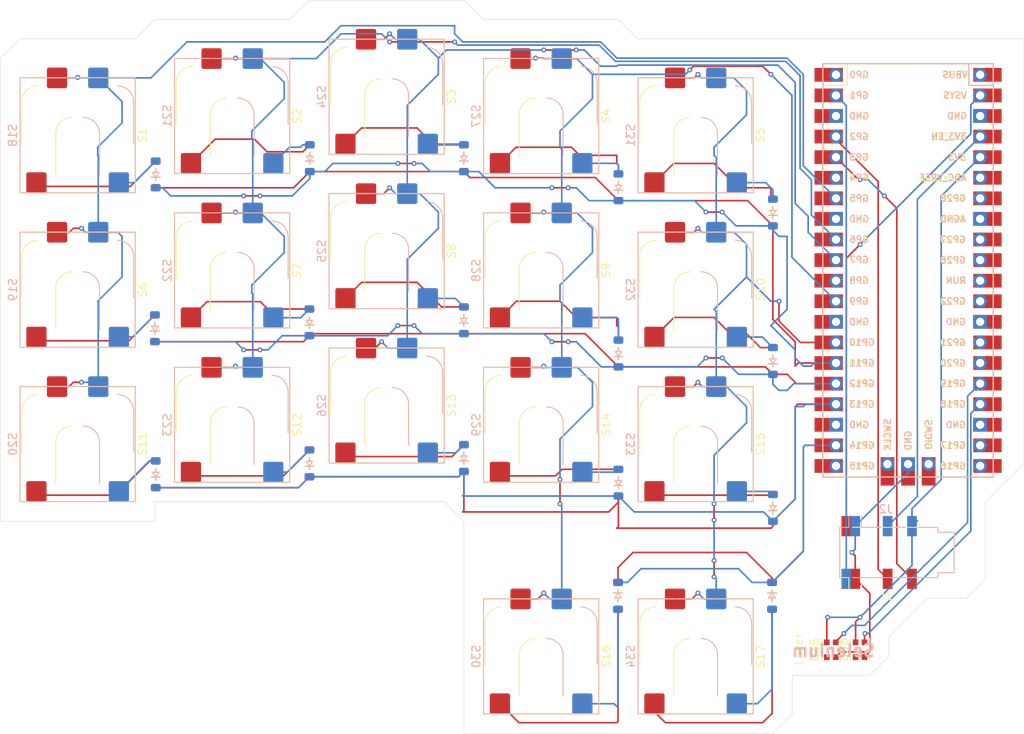
<source format=kicad_pcb>
(kicad_pcb (version 20240108) (generator "pcbnew") (generator_version "8.0")
  (layers (0 "F.Cu" signal) (31 "B.Cu" signal) (34 "B.Paste" user) (35 "F.Paste" user) (36 "B.SilkS" user "B.Silkscreen") (37 "F.SilkS" user "F.Silkscreen") (38 "B.Mask" user) (39 "F.Mask" user) (44 "Edge.Cuts" user))
  (net 0 "")
  (net 1 "Net-(D1-A)")
  (net 2 "ROW0_B")
  (net 3 "Net-(D2-A)")
  (net 4 "Net-(D3-A)")
  (net 5 "Net-(D4-A)")
  (net 6 "Net-(D5-A)")
  (net 7 "ROW1_B")
  (net 8 "Net-(D6-A)")
  (net 9 "Net-(D7-A)")
  (net 10 "Net-(D8-A)")
  (net 11 "Net-(D9-A)")
  (net 12 "Net-(D10-A)")
  (net 13 "ROW2_B")
  (net 14 "Net-(D11-A)")
  (net 15 "Net-(D12-A)")
  (net 16 "Net-(D13-A)")
  (net 17 "Net-(D14-A)")
  (net 18 "Net-(D15-A)")
  (net 19 "Net-(D16-A)")
  (net 20 "ROW3_B")
  (net 21 "Net-(D17-A)")
  (net 22 "Net-(D18-A)")
  (net 23 "Net-(D19-A)")
  (net 24 "Net-(D20-A)")
  (net 25 "Net-(D21-A)")
  (net 26 "Net-(D22-A)")
  (net 27 "Net-(D23-A)")
  (net 28 "Net-(D24-A)")
  (net 29 "Net-(D25-A)")
  (net 30 "Net-(D26-A)")
  (net 31 "Net-(D27-A)")
  (net 32 "Net-(D28-A)")
  (net 33 "Net-(D29-A)")
  (net 34 "Net-(D30-A)")
  (net 35 "Net-(D31-A)")
  (net 36 "Net-(D32-A)")
  (net 37 "Net-(D33-A)")
  (net 38 "Net-(D34-A)")
  (net 39 "GND")
  (net 40 "LED0_F")
  (net 42 "3V3_F")
  (net 43 "LED1_F")
  (net 45 "SDA_F")
  (net 46 "VSYS_F")
  (net 47 "SCL_F")
  (net 48 "VSYS_B")
  (net 49 "SDA_B")
  (net 50 "COL0_B")
  (net 51 "COL1_B")
  (net 52 "COL2_B")
  (net 53 "COL3_B")
  (net 54 "COL4_B")
  (footprint "ScottoKeebs_Components:Diode_SOD-123" (layer "F.Cu") (at 68.9975 48.005 90)
    (property "Reference" "D18" (hide yes))
    (property "Value" "Diode")
  )
  (footprint "ScottoKeebs_Hotswap:Hotswap_MX_1.00u" (layer "F.Cu") (at 59.3725 81.28 -90)
    (property "Reference" "S11")
    (property "Value" "Keyswitch")
  )
  (footprint "ScottoKeebs_Components:Diode_SOD-123" (layer "F.Cu") (at 87.9975 46.005 90)
    (property "Reference" "D21" (hide yes))
    (property "Value" "Diode")
  )
  (footprint "ScottoKeebs_Components:Diode_SOD-123" (layer "F.Cu") (at 106.9975 66.005 90)
    (property "Reference" "D25" (hide yes))
    (property "Value" "Diode")
  )
  (footprint "ScottoKeebs_Components:Diode_SOD-123" (layer "F.Cu") (at 125.9975 100.005 -90)
    (property "Reference" "D30" (hide yes))
    (property "Value" "Diode")
  )
  (footprint "ScottoKeebs_Components:Diode_SOD-123" (layer "F.Cu") (at 68.8975 66.9925 90)
    (property "Reference" "D19" (hide yes))
    (property "Value" "Diode")
  )
  (footprint "ScottoKeebs_Hotswap:Hotswap_MX_1.00u" (layer "F.Cu") (at 116.5225 40.79875 -90)
    (property "Reference" "S4")
    (property "Value" "Keyswitch")
  )
  (footprint "ScottoKeebs_Hotswap:Hotswap_MX_1.00u" (layer "F.Cu") (at 78.4225 40.79875 -90)
    (property "Reference" "S2")
    (property "Value" "Keyswitch")
  )
  (footprint "ScottoKeebs_Hotswap:Hotswap_MX_1.00u" (layer "F.Cu") (at 116.5225 107.47375 -90)
    (property "Reference" "S16")
    (property "Value" "Keyswitch")
  )
  (footprint "ScottoKeebs_Components:Diode_SOD-123" (layer "F.Cu") (at 145.0975 71.02375 90)
    (property "Reference" "D32" (hide yes))
    (property "Value" "Diode")
  )
  (footprint "ScottoKeebs_Hotswap:Hotswap_MX_1.00u" (layer "F.Cu") (at 135.5725 107.47375 -90)
    (property "Reference" "S17")
    (property "Value" "Keyswitch")
  )
  (footprint "ScottoKeebs_Components:Diode_SOD-123" (layer "F.Cu") (at 145.0975 52.705 90)
    (property "Reference" "D31" (hide yes))
    (property "Value" "Diode")
  )
  (footprint "ScottoKeebs_Hotswap:Hotswap_MX_1.00u" (layer "F.Cu") (at 116.5225 78.89875 -90)
    (property "Reference" "S14")
    (property "Value" "Keyswitch")
  )
  (footprint "ScottoKeebs_Components:Diode_SOD-123" (layer "F.Cu") (at 126.0475 70.105 90)
    (property "Reference" "D28" (hide yes))
    (property "Value" "Diode")
  )
  (footprint "ScottoKeebs_Hotswap:Hotswap_MX_1.00u" (layer "F.Cu") (at 135.5725 43.18 -90)
    (property "Reference" "S5")
    (property "Value" "Keyswitch")
  )
  (footprint "ScottoKeebs_Components:Diode_SOD-123" (layer "F.Cu") (at 145.0975 89.155 90)
    (property "Reference" "D33" (hide yes))
    (property "Value" "Diode")
  )
  (footprint "ScottoKeebs_Hotswap:Hotswap_MX_1.00u" (layer "F.Cu") (at 59.3725 43.18 -90)
    (property "Reference" "S1")
    (property "Value" "Keyswitch")
  )
  (footprint "ScottoKeebs_Hotswap:Hotswap_MX_1.00u" (layer "F.Cu") (at 135.5725 62.23 -90)
    (property "Reference" "S10")
    (property "Value" "Keyswitch")
  )
  (footprint "ScottoKeebs_Components:Diode_SOD-123" (layer "F.Cu") (at 68.9975 85.005 90)
    (property "Reference" "D20" (hide yes))
    (property "Value" "Diode")
  )
  (footprint "ScottoKeebs_Hotswap:Hotswap_MX_1.00u" (layer "F.Cu") (at 78.4225 78.89875 -90)
    (property "Reference" "S12")
    (property "Value" "Keyswitch")
  )
  (footprint "ScottoKeebs_Hotswap:Hotswap_MX_1.00u" (layer "F.Cu") (at 78.4225 59.84875 -90)
    (property "Reference" "S7")
    (property "Value" "Keyswitch")
  )
  (footprint "ScottoKeebs_Hotswap:Hotswap_MX_1.00u" (layer "F.Cu") (at 97.4725 76.5175 -90)
    (property "Reference" "S13")
    (property "Value" "Keyswitch")
  )
  (footprint "ScottoKeebs_Components:Diode_SOD-123" (layer "F.Cu") (at 87.9475 83.66125 90)
    (property "Reference" "D23" (hide yes))
    (property "Value" "Diode")
  )
  (footprint "LED_SMD:LED_WS2812B-2020_PLCC4_2.0x2.0mm" (layer "F.Cu") (at 152.2975 106.655 90)
    (property "Reference" "D35")
    (property "Value" "WS2812B-2020")
  )
  (footprint "ScottoKeebs_Hotswap:Hotswap_MX_1.00u" (layer "F.Cu") (at 59.3725 62.23 -90)
    (property "Reference" "S6")
    (property "Value" "Keyswitch")
  )
  (footprint "ScottoKeebs_MCU:Raspberry_Pi_Pico" (layer "F.Cu") (at 161.76625 59.84875)
    (property "Reference" "U1" (hide yes))
    (property "Value" "Raspberry_Pi_Pico" (hide yes))
  )
  (footprint "Connector_Audio:Jack_3.5mm_PJ320D_Horizontal" (layer "F.Cu") (at 159.0725 94.655 180)
    (property "Reference" "J1")
    (property "Value" "AudioJack4")
  )
  (footprint "ScottoKeebs_Components:Diode_SOD-123" (layer "F.Cu") (at 126.0475 49.5925 90)
    (property "Reference" "D27" (hide yes))
    (property "Value" "Diode")
  )
  (footprint "ScottoKeebs_Hotswap:Hotswap_MX_1.00u" (layer "F.Cu") (at 97.4725 38.4175 -90)
    (property "Reference" "S3")
    (property "Value" "Keyswitch")
  )
  (footprint "ScottoKeebs_Hotswap:Hotswap_MX_1.00u" (layer "F.Cu") (at 97.4725 57.4675 -90)
    (property "Reference" "S8")
    (property "Value" "Keyswitch")
  )
  (footprint "ScottoKeebs_Hotswap:Hotswap_MX_1.00u" (layer "F.Cu") (at 116.5225 59.84875 -90)
    (property "Reference" "S9")
    (property "Value" "Keyswitch")
  )
  (footprint "ScottoKeebs_Components:Diode_SOD-123" (layer "F.Cu") (at 87.9475 66.26125 90)
    (property "Reference" "D22" (hide yes))
    (property "Value" "Diode")
  )
  (footprint "ScottoKeebs_Components:Diode_SOD-123" (layer "F.Cu") (at 106.9975 46.005 90)
    (property "Reference" "D24" (hide yes))
    (property "Value" "Diode")
  )
  (footprint "ScottoKeebs_Components:Diode_SOD-123" (layer "F.Cu") (at 144.9975 100.005 -90)
    (property "Reference" "D34" (hide yes))
    (property "Value" "Diode")
  )
  (footprint "LED_SMD:LED_WS2812B-2020_PLCC4_2.0x2.0mm" (layer "F.Cu") (at 155.8475 106.655 90)
    (property "Reference" "D36")
    (property "Value" "WS2812B-2020")
  )
  (footprint "ScottoKeebs_Components:Diode_SOD-123" (layer "F.Cu") (at 126.0475 86.0425 90)
    (property "Reference" "D29" (hide yes))
    (property "Value" "Diode")
  )
  (footprint "ScottoKeebs_Hotswap:Hotswap_MX_1.00u" (layer "F.Cu") (at 135.5725 81.28 -90)
    (property "Reference" "S15")
    (property "Value" "Keyswitch")
  )
  (footprint "ScottoKeebs_Components:Diode_SOD-123" (layer "F.Cu") (at 106.9975 83.005 90)
    (property "Reference" "D26" (hide yes))
    (property "Value" "Diode")
  )
  (footprint "ScottoKeebs_Hotswap:Hotswap_MX_1.00u" (layer "B.Cu") (at 116.5225 40.79875 -90)
    (property "Reference" "S27")
    (property "Value" "Keyswitch")
  )
  (footprint "ScottoKeebs_Components:Diode_SOD-123" (layer "B.Cu") (at 144.9975 100.005 -90)
    (property "Reference" "D17" (hide yes))
    (property "Value" "Diode")
  )
  (footprint "ScottoKeebs_Hotswap:Hotswap_MX_1.00u" (layer "B.Cu") (at 116.5225 59.84875 -90)
    (property "Reference" "S28")
    (property "Value" "Keyswitch")
  )
  (footprint "ScottoKeebs_Components:Diode_SOD-123" (layer "B.Cu") (at 87.9975 46.005 90)
    (property "Reference" "D2" (hide yes))
    (property "Value" "Diode")
  )
  (footprint "ScottoKeebs_Components:Diode_SOD-123" (layer "B.Cu") (at 145.0975 52.705 90)
    (property "Reference" "D5" (hide yes))
    (property "Value" "Diode")
  )
  (footprint "ScottoKeebs_Components:Diode_SOD-123" (layer "B.Cu") (at 145.0975 71.02375 90)
    (property "Reference" "D10" (hide yes))
    (property "Value" "Diode")
  )
  (footprint "ScottoKeebs_Components:Diode_SOD-123" (layer "B.Cu") (at 126.0475 49.5925 90)
    (property "Reference" "D4" (hide yes))
    (property "Value" "Diode")
  )
  (footprint "ScottoKeebs_Components:Diode_SOD-123" (layer "B.Cu") (at 126.0475 70.105 90)
    (property "Reference" "D9" (hide yes))
    (property "Value" "Diode")
  )
  (footprint "ScottoKeebs_Components:Diode_SOD-123" (layer "B.Cu") (at 145.0975 89.155 90)
    (property "Reference" "D15" (hide yes))
    (property "Value" "Diode")
  )
  (footprint "ScottoKeebs_Components:Diode_SOD-123" (layer "B.Cu") (at 68.8975 66.9925 90)
    (property "Reference" "D6" (hide yes))
    (property "Value" "Diode")
  )
  (footprint "ScottoKeebs_Components:Diode_SOD-123" (layer "B.Cu") (at 125.9975 100.005 -90)
    (property "Reference" "D16" (hide yes))
    (property "Value" "Diode")
  )
  (footprint "ScottoKeebs_Hotswap:Hotswap_MX_1.00u" (layer "B.Cu") (at 135.5725 43.18 -90)
    (property "Reference" "S31")
    (property "Value" "Keyswitch")
  )
  (footprint "ScottoKeebs_Hotswap:Hotswap_MX_1.00u" (layer "B.Cu") (at 78.4225 78.89875 -90)
    (property "Reference" "S23")
    (property "Value" "Keyswitch")
  )
  (footprint "ScottoKeebs_Hotswap:Hotswap_MX_1.00u" (layer "B.Cu") (at 78.4225 40.79875 -90)
    (property "Reference" "S21")
    (property "Value" "Keyswitch")
  )
  (footprint "ScottoKeebs_Components:Diode_SOD-123" (layer "B.Cu") (at 87.9475 83.66125 90)
    (property "Reference" "D12" (hide yes))
    (property "Value" "Diode")
  )
  (footprint "ScottoKeebs_Components:Diode_SOD-123" (layer "B.Cu") (at 106.9975 46.005 90)
    (property "Reference" "D3" (hide yes))
    (property "Value" "Diode")
  )
  (footprint "ScottoKeebs_Hotswap:Hotswap_MX_1.00u" (layer "B.Cu") (at 135.5725 107.47375 -90)
    (property "Reference" "S34")
    (property "Value" "Keyswitch")
  )
  (footprint "ScottoKeebs_Components:Diode_SOD-123" (layer "B.Cu") (at 106.9975 66.005 90)
    (property "Reference" "D8" (hide yes))
    (property "Value" "Diode")
  )
  (footprint "ScottoKeebs_Hotswap:Hotswap_MX_1.00u" (layer "B.Cu") (at 59.3725 62.23 -90)
    (property "Reference" "S19")
    (property "Value" "Keyswitch")
  )
  (footprint "ScottoKeebs_Hotswap:Hotswap_MX_1.00u" (layer "B.Cu") (at 97.4725 38.4175 -90)
    (property "Reference" "S24")
    (property "Value" "Keyswitch")
  )
  (footprint "ScottoKeebs_Components:Diode_SOD-123" (layer "B.Cu") (at 68.9975 48.005 90)
    (property "Reference" "D1" (hide yes))
    (property "Value" "Diode")
  )
  (footprint "ScottoKeebs_Hotswap:Hotswap_MX_1.00u" (layer "B.Cu") (at 97.4725 76.5175 -90)
    (property "Reference" "S26")
    (property "Value" "Keyswitch")
  )
  (footprint "ScottoKeebs_Components:Diode_SOD-123" (layer "B.Cu") (at 126.0475 86.0425 90)
    (property "Reference" "D14" (hide yes))
    (property "Value" "Diode")
  )
  (footprint "ScottoKeebs_Hotswap:Hotswap_MX_1.00u" (layer "B.Cu") (at 59.3725 81.28 -90)
    (property "Reference" "S20")
    (property "Value" "Keyswitch")
  )
  (footprint "ScottoKeebs_Hotswap:Hotswap_MX_1.00u" (layer "B.Cu") (at 116.5225 78.89875 -90)
    (property "Reference" "S29")
    (property "Value" "Keyswitch")
  )
  (footprint "ScottoKeebs_Hotswap:Hotswap_MX_1.00u" (layer "B.Cu") (at 97.4725 57.4675 -90)
    (property "Reference" "S25")
    (property "Value" "Keyswitch")
  )
  (footprint "ScottoKeebs_Hotswap:Hotswap_MX_1.00u" (layer "B.Cu") (at 135.5725 81.28 -90)
    (property "Reference" "S33")
    (property "Value" "Keyswitch")
  )
  (footprint "ScottoKeebs_Hotswap:Hotswap_MX_1.00u" (layer "B.Cu") (at 116.5225 107.47375 -90)
    (property "Reference" "S30")
    (property "Value" "Keyswitch")
  )
  (footprint "ScottoKeebs_Components:Diode_SOD-123" (layer "B.Cu") (at 106.9975 83.005 90)
    (property "Reference" "D13" (hide yes))
    (property "Value" "Diode")
  )
  (footprint "ScottoKeebs_Hotswap:Hotswap_MX_1.00u" (layer "B.Cu") (at 135.5725 62.23 -90)
    (property "Reference" "S32")
    (property "Value" "Keyswitch")
  )
  (footprint "ScottoKeebs_Hotswap:Hotswap_MX_1.00u" (layer "B.Cu") (at 78.4225 59.84875 -90)
    (property "Reference" "S22")
    (property "Value" "Keyswitch")
  )
  (footprint "ScottoKeebs_Hotswap:Hotswap_MX_1.00u" (layer "B.Cu") (at 59.3725 43.18 -90)
    (property "Reference" "S18")
    (property "Value" "Keyswitch")
  )
  (footprint "ScottoKeebs_Components:Diode_SOD-123" (layer "B.Cu") (at 68.9975 85.005 90)
    (property "Reference" "D11" (hide yes))
    (property "Value" "Diode")
  )
  (footprint "Connector_Audio:Jack_3.5mm_PJ320D_Horizontal" (layer "B.Cu") (at 159.0725 94.655 180)
    (property "Reference" "J2")
    (property "Value" "AudioJack4")
  )
  (footprint "ScottoKeebs_Components:Diode_SOD-123" (layer "B.Cu") (at 87.9475 66.26125 90)
    (property "Reference" "D7" (hide yes))
    (property "Value" "Diode")
  )
  (gr_poly (pts (xy 49.8475 33.655) (xy 49.8475 90.805) (xy 68.8975 90.805) (xy 68.8975 88.42375) (xy 104.61625 88.42375) (xy 106.9975 90.805) (xy 106.9975 116.99875) (xy 145.0975 116.99875) (xy 147.47875 114.6175) (xy 147.47875 109.855) (xy 157.00375 109.855) (xy 159.385 107.47375) (xy 159.385 105.0925) (xy 164.1475 100.33) (xy 168.91 100.33) (xy 171.29125 97.94875) (xy 171.29125 88.42375) (xy 176.05375 83.66125) (xy 176.05375 31.27375) (xy 128.42875 31.27375) (xy 126.0475 28.8925) (xy 109.37875 28.8925) (xy 106.9975 26.51125) (xy 87.9475 26.51125) (xy 85.56625 28.8925) (xy 68.8975 28.8925) (xy 66.51625 31.27375) (xy 52.22875 31.27375)) (stroke (width 0.05)) (fill none) (layer "Edge.Cuts"))
  (gr_text "Selenium" (at 157.8475 107.655 0) (layer "B.SilkS") (effects (font (size 1.5 1.5) (thickness 0.3) (bold yes)) (justify left bottom mirror)))
  (gr_text "Layer" (at 148.8475 108.655 90) (layer "F.SilkS") (effects (font (size 1 1) (thickness 0.1)) (justify left bottom)))
  (segment (start 66.3305 49.022) (end 68.9975 46.355) (width 0.2) (layer "B.Cu") (net 1))
  (segment (start 64.4525 49.022) (end 66.3305 49.022) (width 0.2) (layer "B.Cu") (net 1))
  (segment (start 141.985 51.2425) (end 145.0975 54.355) (width 0.2) (layer "F.Cu") (net 2))
  (segment (start 145.0975 54.355) (end 145.0975 65.905) (width 0.2) (layer "F.Cu") (net 2))
  (segment (start 148.22375 71.27875) (end 152.87625 71.27875) (width 0.2) (layer "F.Cu") (net 2))
  (segment (start 68.9975 49.655) (end 85.9975 49.655) (width 0.2) (layer "F.Cu") (net 2))
  (segment (start 126.0475 51.2425) (end 141.985 51.2425) (width 0.2) (layer "F.Cu") (net 2))
  (segment (start 136.8475 52.655) (end 138.8475 52.655) (width 0.2) (layer "F.Cu") (net 2))
  (segment (start 79.8475 50.655) (end 81.8475 50.655) (width 0.2) (layer "F.Cu") (net 2))
  (segment (start 106.9975 47.655) (end 107.733696 48.391196) (width 0.2) (layer "F.Cu") (net 2))
  (segment (start 147.8475 71.655) (end 148.22375 71.27875) (width 0.2) (layer "F.Cu") (net 2))
  (segment (start 123.196196 48.391196) (end 126.0475 51.2425) (width 0.2) (layer "F.Cu") (net 2))
  (segment (start 85.9975 49.655) (end 87.9975 47.655) (width 0.2) (layer "F.Cu") (net 2))
  (segment (start 98.8475 46.655) (end 100.8475 46.655) (width 0.2) (layer "F.Cu") (net 2))
  (segment (start 107.733696 48.391196) (end 123.196196 48.391196) (width 0.2) (layer "F.Cu") (net 2))
  (segment (start 147.8475 68.655) (end 147.8475 71.655) (width 0.2) (layer "F.Cu") (net 2))
  (segment (start 117.8475 49.655) (end 119.8475 49.655) (width 0.2) (layer "F.Cu") (net 2))
  (segment (start 87.9975 47.655) (end 106.9975 47.655) (width 0.2) (layer "F.Cu") (net 2))
  (segment (start 145.0975 65.905) (end 147.8475 68.655) (width 0.2) (layer "F.Cu") (net 2))
  (via (at 100.8475 46.655) (size 0.6) (drill 0.3) (layers "F.Cu" "B.Cu") (net 2))
  (via (at 98.8475 46.655) (size 0.6) (drill 0.3) (layers "F.Cu" "B.Cu") (net 2))
  (via (at 119.8475 49.655) (size 0.6) (drill 0.3) (layers "F.Cu" "B.Cu") (net 2))
  (via (at 117.8475 49.655) (size 0.6) (drill 0.3) (layers "F.Cu" "B.Cu") (net 2))
  (via (at 79.8475 50.655) (size 0.6) (drill 0.3) (layers "F.Cu" "B.Cu") (net 2))
  (via (at 138.8475 52.655) (size 0.6) (drill 0.3) (layers "F.Cu" "B.Cu") (net 2))
  (via (at 81.8475 50.655) (size 0.6) (drill 0.3) (layers "F.Cu" "B.Cu") (net 2))
  (via (at 136.8475 52.655) (size 0.6) (drill 0.3) (layers "F.Cu" "B.Cu") (net 2))
  (segment (start 70.8475 50.655) (end 79.8475 50.655) (width 0.2) (layer "B.Cu") (net 2))
  (segment (start 147.8475 69.655) (end 147.8475 70.655) (width 0.2) (layer "B.Cu") (net 2))
  (segment (start 149.8475 71.655) (end 150.22375 71.27875) (width 0.2) (layer "B.Cu") (net 2))
  (segment (start 90.8475 46.655) (end 98.8475 46.655) (width 0.2) (layer "B.Cu") (net 2))
  (segment (start 120.8475 49.655) (end 122.435 51.2425) (width 0.2) (layer "B.Cu") (net 2))
  (segment (start 138.8475 52.655) (end 140.5475 54.355) (width 0.2) (layer "B.Cu") (net 2))
  (segment (start 106.9975 47.655) (end 108.8475 47.655) (width 0.2) (layer "B.Cu") (net 2))
  (segment (start 122.435 51.2425) (end 126.0475 51.2425) (width 0.2) (layer "B.Cu") (net 2))
  (segment (start 119.8475 49.655) (end 120.8475 49.655) (width 0.2) (layer "B.Cu") (net 2))
  (segment (start 89.8475 47.655) (end 90.8475 46.655) (width 0.2) (layer "B.Cu") (net 2))
  (segment (start 87.9975 48.505) (end 87.9975 47.655) (width 0.2) (layer "B.Cu") (net 2))
  (segment (start 144.8475 66.655) (end 147.8475 69.655) (width 0.2) (layer "B.Cu") (net 2))
  (segment (start 150.22375 71.27875) (end 152.87625 71.27875) (width 0.2) (layer "B.Cu") (net 2))
  (segment (start 108.8475 47.655) (end 110.8475 49.655) (width 0.2) (layer "B.Cu") (net 2))
  (segment (start 146.8475 64.655) (end 144.8475 66.655) (width 0.2) (layer "B.Cu") (net 2))
  (segment (start 102.8475 47.655) (end 106.9975 47.655) (width 0.2) (layer "B.Cu") (net 2))
  (segment (start 145.0975 54.905) (end 145.8475 55.655) (width 0.2) (layer "B.Cu") (net 2))
  (segment (start 146.8475 55.655) (end 146.8475 64.655) (width 0.2) (layer "B.Cu") (net 2))
  (segment (start 145.0975 54.355) (end 145.0975 54.905) (width 0.2) (layer "B.Cu") (net 2))
  (segment (start 85.8475 50.655) (end 87.9975 48.505) (width 0.2) (layer "B.Cu") (net 2))
  (segment (start 147.8475 70.655) (end 148.8475 71.655) (width 0.2) (layer "B.Cu") (net 2))
  (segment (start 81.8475 50.655) (end 85.8475 50.655) (width 0.2) (layer "B.Cu") (net 2))
  (segment (start 101.8475 46.655) (end 102.8475 47.655) (width 0.2) (layer "B.Cu") (net 2))
  (segment (start 135.435 51.2425) (end 136.8475 52.655) (width 0.2) (layer "B.Cu") (net 2))
  (segment (start 68.9975 49.655) (end 69.8475 49.655) (width 0.2) (layer "B.Cu") (net 2))
  (segment (start 126.0475 51.2425) (end 135.435 51.2425) (width 0.2) (layer "B.Cu") (net 2))
  (segment (start 69.8475 49.655) (end 70.8475 50.655) (width 0.2) (layer "B.Cu") (net 2))
  (segment (start 140.5475 54.355) (end 145.0975 54.355) (width 0.2) (layer "B.Cu") (net 2))
  (segment (start 87.9975 47.655) (end 89.8475 47.655) (width 0.2) (layer "B.Cu") (net 2))
  (segment (start 148.8475 71.655) (end 149.8475 71.655) (width 0.2) (layer "B.Cu") (net 2))
  (segment (start 145.8475 55.655) (end 146.8475 55.655) (width 0.2) (layer "B.Cu") (net 2))
  (segment (start 110.8475 49.655) (end 117.8475 49.655) (width 0.2) (layer "B.Cu") (net 2))
  (segment (start 100.8475 46.655) (end 101.8475 46.655) (width 0.2) (layer "B.Cu") (net 2))
  (segment (start 83.5025 46.64075) (end 85.48825 44.655) (width 0.2) (layer "B.Cu") (net 3))
  (segment (start 85.48825 44.655) (end 86.8475 44.655) (width 0.2) (layer "B.Cu") (net 3))
  (segment (start 86.8475 44.655) (end 87.1475 44.355) (width 0.2) (layer "B.Cu") (net 3))
  (segment (start 87.1475 44.355) (end 87.9975 44.355) (width 0.2) (layer "B.Cu") (net 3))
  (segment (start 106.902 44.2595) (end 106.9975 44.355) (width 0.2) (layer "B.Cu") (net 4))
  (segment (start 102.5525 44.2595) (end 106.902 44.2595) (width 0.2) (layer "B.Cu") (net 4))
  (segment (start 125.83325 46.64075) (end 126.0475 46.855) (width 0.2) (layer "B.Cu") (net 5))
  (segment (start 121.6025 46.64075) (end 125.83325 46.64075) (width 0.2) (layer "B.Cu") (net 5))
  (segment (start 126.0475 46.855) (end 126.0475 47.9425) (width 0.2) (layer "B.Cu") (net 5))
  (segment (start 145.0975 49.905) (end 145.0975 51.055) (width 0.2) (layer "B.Cu") (net 6))
  (segment (start 140.6525 49.022) (end 144.2145 49.022) (width 0.2) (layer "B.Cu") (net 6))
  (segment (start 144.2145 49.022) (end 145.0975 49.905) (width 0.2) (layer "B.Cu") (net 6))
  (segment (start 87.21625 68.6425) (end 87.9475 67.91125) (width 0.2) (layer "F.Cu") (net 7))
  (segment (start 121.9475 67.655) (end 126.0475 71.755) (width 0.2) (layer "F.Cu") (net 7))
  (segment (start 88.20375 67.655) (end 106.9975 67.655) (width 0.2) (layer "F.Cu") (net 7))
  (segment (start 144.17875 71.755) (end 145.0975 72.67375) (width 0.2) (layer "F.Cu") (net 7))
  (segment (start 117.8475 68.655) (end 119.8475 68.655) (width 0.2) (layer "F.Cu") (net 7))
  (segment (start 136.8475 70.655) (end 138.8475 70.655) (width 0.2) (layer "F.Cu") (net 7))
  (segment (start 146.86625 72.67375) (end 148.01125 73.81875) (width 0.2) (layer "F.Cu") (net 7))
  (segment (start 126.0475 71.755) (end 144.17875 71.755) (width 0.2) (layer "F.Cu") (net 7))
  (segment (start 106.9975 67.655) (end 121.9475 67.655) (width 0.2) (layer "F.Cu") (net 7))
  (segment (start 148.01125 73.81875) (end 152.87625 73.81875) (width 0.2) (layer "F.Cu") (net 7))
  (segment (start 98.8475 66.655) (end 100.8475 66.655) (width 0.2) (layer "F.Cu") (net 7))
  (segment (start 145.0975 72.67375) (end 146.86625 72.67375) (width 0.2) (layer "F.Cu") (net 7))
  (segment (start 87.9475 67.91125) (end 88.20375 67.655) (width 0.2) (layer "F.Cu") (net 7))
  (segment (start 68.8975 68.6425) (end 87.21625 68.6425) (width 0.2) (layer "F.Cu") (net 7))
  (segment (start 79.8475 69.655) (end 81.8475 69.655) (width 0.2) (layer "F.Cu") (net 7))
  (via (at 79.8475 69.655) (size 0.6) (drill 0.3) (layers "F.Cu" "B.Cu") (net 7))
  (via (at 117.8475 68.655) (size 0.6) (drill 0.3) (layers "F.Cu" "B.Cu") (net 7))
  (via (at 119.8475 68.655) (size 0.6) (drill 0.3) (layers "F.Cu" "B.Cu") (net 7))
  (via (at 81.8475 69.655) (size 0.6) (drill 0.3) (layers "F.Cu" "B.Cu") (net 7))
  (via (at 136.8475 70.655) (size 0.6) (drill 0.3) (layers "F.Cu" "B.Cu") (net 7))
  (via (at 98.8475 66.655) (size 0.6) (drill 0.3) (layers "F.Cu" "B.Cu") (net 7))
  (via (at 100.8475 66.655) (size 0.6) (drill 0.3) (layers "F.Cu" "B.Cu") (net 7))
  (via (at 138.8475 70.655) (size 0.6) (drill 0.3) (layers "F.Cu" "B.Cu") (net 7))
  (segment (start 82.8475 69.655) (end 84.59125 67.91125) (width 0.2) (layer "B.Cu") (net 7))
  (segment (start 120.8475 68.655) (end 123.9475 71.755) (width 0.2) (layer "B.Cu") (net 7))
  (segment (start 101.8475 67.655) (end 106.9975 67.655) (width 0.2) (layer "B.Cu") (net 7))
  (segment (start 68.8975 68.6425) (end 78.835 68.6425) (width 0.2) (layer "B.Cu") (net 7))
  (segment (start 126.0475 71.755) (end 125.9475 71.755) (width 0.2) (layer "B.Cu") (net 7))
  (segment (start 138.8475 70.655) (end 140.86625 72.67375) (width 0.2) (layer "B.Cu") (net 7))
  (segment (start 140.86625 72.67375) (end 145.0975 72.67375) (width 0.2) (layer "B.Cu") (net 7))
  (segment (start 135.7475 71.755) (end 136.8475 70.655) (width 0.2) (layer "B.Cu") (net 7))
  (segment (start 97.59125 67.91125) (end 98.8475 66.655) (width 0.2) (layer "B.Cu") (net 7))
  (segment (start 145.8475 74.655) (end 146.8475 74.655) (width 0.2) (layer "B.Cu") (net 7))
  (segment (start 87.9475 67.91125) (end 97.59125 67.91125) (width 0.2) (layer "B.Cu") (net 7))
  (segment (start 78.835 68.6425) (end 79.8475 69.655) (width 0.2) (layer "B.Cu") (net 7))
  (segment (start 125.9475 71.755) (end 135.7475 71.755) (width 0.2) (layer "B.Cu") (net 7))
  (segment (start 116.8475 67.655) (end 117.8475 68.655) (width 0.2) (layer "B.Cu") (net 7))
  (segment (start 145.0975 73.905) (end 145.8475 74.655) (width 0.2) (layer "B.Cu") (net 7))
  (segment (start 81.8475 69.655) (end 82.8475 69.655) (width 0.2) (layer "B.Cu") (net 7))
  (segment (start 100.8475 66.655) (end 101.8475 67.655) (width 0.2) (layer "B.Cu") (net 7))
  (segment (start 106.9975 67.655) (end 116.8475 67.655) (width 0.2) (layer "B.Cu") (net 7))
  (segment (start 119.8475 68.655) (end 120.8475 68.655) (width 0.2) (layer "B.Cu") (net 7))
  (segment (start 84.59125 67.91125) (end 87.9475 67.91125) (width 0.2) (layer "B.Cu") (net 7))
  (segment (start 146.8475 74.655) (end 147.68375 73.81875) (width 0.2) (layer "B.Cu") (net 7))
  (segment (start 147.68375 73.81875) (end 152.87625 73.81875) (width 0.2) (layer "B.Cu") (net 7))
  (segment (start 145.0975 72.67375) (end 145.0975 73.905) (width 0.2) (layer "B.Cu") (net 7))
  (segment (start 123.9475 71.755) (end 126.0475 71.755) (width 0.2) (layer "B.Cu") (net 7))
  (segment (start 64.4525 68.072) (end 66.168 68.072) (width 0.2) (layer "B.Cu") (net 8))
  (segment (start 66.168 68.072) (end 68.8975 65.3425) (width 0.2) (layer "B.Cu") (net 8))
  (segment (start 86.868 65.69075) (end 87.9475 64.61125) (width 0.2) (layer "B.Cu") (net 9))
  (segment (start 83.5025 65.69075) (end 86.868 65.69075) (width 0.2) (layer "B.Cu") (net 9))
  (segment (start 105.952 63.3095) (end 106.9975 64.355) (width 0.2) (layer "B.Cu") (net 10))
  (segment (start 102.5525 63.3095) (end 105.952 63.3095) (width 0.2) (layer "B.Cu") (net 10))
  (segment (start 121.6025 65.69075) (end 125.81175 65.69075) (width 0.2) (layer "B.Cu") (net 11))
  (segment (start 125.81175 65.69075) (end 125.8475 65.655) (width 0.2) (layer "B.Cu") (net 11))
  (segment (start 125.8475 65.655) (end 126.0475 65.855) (width 0.2) (layer "B.Cu") (net 11))
  (segment (start 126.0475 65.855) (end 126.0475 68.455) (width 0.2) (layer "B.Cu") (net 11))
  (segment (start 140.6525 68.072) (end 143.79575 68.072) (width 0.2) (layer "B.Cu") (net 12))
  (segment (start 143.79575 68.072) (end 145.0975 69.37375) (width 0.2) (layer "B.Cu") (net 12))
  (segment (start 106.9975 89.505) (end 106.8475 89.655) (width 0.2) (layer "F.Cu") (net 13))
  (segment (start 145.0975 90.805) (end 147.8475 88.055) (width 0.2) (layer "F.Cu") (net 13))
  (segment (start 106.9975 84.655) (end 106.9975 89.505) (width 0.2) (layer "F.Cu") (net 13))
  (segment (start 144.8475 91.655) (end 145.0975 91.405) (width 0.2) (layer "F.Cu") (net 13))
  (segment (start 106.8475 89.655) (end 124.8475 89.655) (width 0.2) (layer "F.Cu") (net 13))
  (segment (start 126.0475 87.6925) (end 126.0475 91.455) (width 0.2) (layer "F.Cu") (net 13))
  (segment (start 126.0475 88.455) (end 126.0475 87.6925) (width 0.2) (layer "F.Cu") (net 13))
  (segment (start 124.8475 89.655) (end 126.0475 88.455) (width 0.2) (layer "F.Cu") (net 13))
  (segment (start 86.60375 86.655) (end 87.9475 85.31125) (width 0.2) (layer "F.Cu") (net 13))
  (segment (start 125.8475 91.655) (end 144.8475 91.655) (width 0.2) (layer "F.Cu") (net 13))
  (segment (start 145.0975 91.405) (end 145.0975 90.805) (width 0.2) (layer "F.Cu") (net 13))
  (segment (start 147.8475 88.055) (end 147.8475 76.655) (width 0.2) (layer "F.Cu") (net 13))
  (segment (start 148.14375 76.35875) (end 152.87625 76.35875) (width 0.2) (layer "F.Cu") (net 13))
  (segment (start 126.0475 91.455) (end 125.8475 91.655) (width 0.2) (layer "F.Cu") (net 13))
  (segment (start 87.9475 85.31125) (end 106.34125 85.31125) (width 0.2) (layer "F.Cu") (net 13))
  (segment (start 106.34125 85.31125) (end 106.9975 84.655) (width 0.2) (layer "F.Cu") (net 13))
  (segment (start 147.8475 76.655) (end 148.14375 76.35875) (width 0.2) (layer "F.Cu") (net 13))
  (segment (start 68.9975 86.655) (end 86.60375 86.655) (width 0.2) (layer "F.Cu") (net 13))
  (segment (start 143.9475 89.655) (end 145.0975 90.805) (width 0.2) (layer "B.Cu") (net 13))
  (segment (start 106.885 87.6925) (end 126.0475 87.6925) (width 0.2) (layer "B.Cu") (net 13))
  (segment (start 106.8475 87.655) (end 106.885 87.6925) (width 0.2) (layer "B.Cu") (net 13))
  (segment (start 68.9975 86.655) (end 86.60375 86.655) (width 0.2) (layer "B.Cu") (net 13))
  (segment (start 106.9975 84.655) (end 106.9975 87.505) (width 0.2) (layer "B.Cu") (net 13))
  (segment (start 106.34125 85.31125) (end 106.9975 84.655) (width 0.2) (layer "B.Cu") (net 13))
  (segment (start 145.0975 90.805) (end 147.8475 88.055) (width 0.2) (layer "B.Cu") (net 13))
  (segment (start 106.9975 87.505) (end 106.8475 87.655) (width 0.2) (layer "B.Cu") (net 13))
  (segment (start 86.60375 86.655) (end 87.9475 85.31125) (width 0.2) (layer "B.Cu") (net 13))
  (segment (start 147.8475 88.055) (end 147.8475 76.655) (width 0.2) (layer "B.Cu") (net 13))
  (segment (start 87.9475 85.31125) (end 106.34125 85.31125) (width 0.2) (layer "B.Cu") (net 13))
  (segment (start 149.14375 76.35875) (end 152.87625 76.35875) (width 0.2) (layer "B.Cu") (net 13))
  (segment (start 128.01 89.655) (end 143.9475 89.655) (width 0.2) (layer "B.Cu") (net 13))
  (segment (start 147.8475 76.655) (end 148.8475 76.655) (width 0.2) (layer "B.Cu") (net 13))
  (segment (start 148.8475 76.655) (end 149.14375 76.35875) (width 0.2) (layer "B.Cu") (net 13))
  (segment (start 126.0475 87.6925) (end 128.01 89.655) (width 0.2) (layer "B.Cu") (net 13))
  (segment (start 64.4525 87.122) (end 68.2195 83.355) (width 0.2) (layer "B.Cu") (net 14))
  (segment (start 68.2195 83.355) (end 68.9975 83.355) (width 0.2) (layer "B.Cu") (net 14))
  (segment (start 83.5025 84.74075) (end 85.218 84.74075) (width 0.2) (layer "B.Cu") (net 15))
  (segment (start 85.218 84.74075) (end 87.9475 82.01125) (width 0.2) (layer "B.Cu") (net 15))
  (segment (start 105.993 82.3595) (end 106.9975 81.355) (width 0.2) (layer "B.Cu") (net 16))
  (segment (start 102.5525 82.3595) (end 105.993 82.3595) (width 0.2) (layer "B.Cu") (net 16))
  (segment (start 125.69925 84.74075) (end 126.0475 84.3925) (width 0.2) (layer "B.Cu") (net 17))
  (segment (start 121.6025 84.74075) (end 125.69925 84.74075) (width 0.2) (layer "B.Cu") (net 17))
  (segment (start 140.6525 87.122) (end 144.7145 87.122) (width 0.2) (layer "B.Cu") (net 18))
  (segment (start 144.7145 87.122) (end 145.0975 87.505) (width 0.2) (layer "B.Cu") (net 18))
  (segment (start 121.6025 113.31575) (end 125.50825 113.31575) (width 0.2) (layer "B.Cu") (net 19))
  (segment (start 125.50825 113.31575) (end 125.8475 113.655) (width 0.2) (layer "B.Cu") (net 19))
  (segment (start 125.8475 113.655) (end 125.9975 113.505) (width 0.2) (layer "B.Cu") (net 19))
  (segment (start 125.9975 113.505) (end 125.9975 101.655) (width 0.2) (layer "B.Cu") (net 19))
  (segment (start 148.8475 94.505) (end 148.8475 81.655) (width 0.2) (layer "F.Cu") (net 20))
  (segment (start 125.9975 98.355) (end 125.9975 96.505) (width 0.2) (layer "F.Cu") (net 20))
  (segment (start 148.8475 81.655) (end 149.06375 81.43875) (width 0.2) (layer "F.Cu") (net 20))
  (segment (start 149.06375 81.43875) (end 152.87625 81.43875) (width 0.2) (layer "F.Cu") (net 20))
  (segment (start 144.9975 97.805) (end 144.9975 98.355) (width 0.2) (layer "F.Cu") (net 20))
  (segment (start 144.9975 98.355) (end 148.8475 94.505) (width 0.2) (layer "F.Cu") (net 20))
  (segment (start 141.8475 94.655) (end 144.9975 97.805) (width 0.2) (layer "F.Cu") (net 20))
  (segment (start 125.9975 96.505) (end 127.8475 94.655) (width 0.2) (layer "F.Cu") (net 20))
  (segment (start 127.8475 94.655) (end 141.8475 94.655) (width 0.2) (layer "F.Cu") (net 20))
  (segment (start 140.8475 96.655) (end 142.5475 98.355) (width 0.2) (layer "B.Cu") (net 20))
  (segment (start 149.06375 81.43875) (end 152.87625 81.43875) (width 0.2) (layer "B.Cu") (net 20))
  (segment (start 148.8475 94.505) (end 148.8475 81.655) (width 0.2) (layer "B.Cu") (net 20))
  (segment (start 144.9975 98.355) (end 148.8475 94.505) (width 0.2) (layer "B.Cu") (net 20))
  (segment (start 127.1475 98.355) (end 128.8475 96.655) (width 0.2) (layer "B.Cu") (net 20))
  (segment (start 148.8475 81.655) (end 149.06375 81.43875) (width 0.2) (layer "B.Cu") (net 20))
  (segment (start 142.5475 98.355) (end 144.9975 98.355) (width 0.2) (layer "B.Cu") (net 20))
  (segment (start 125.9975 98.355) (end 127.1475 98.355) (width 0.2) (layer "B.Cu") (net 20))
  (segment (start 128.8475 96.655) (end 140.8475 96.655) (width 0.2) (layer "B.Cu") (net 20))
  (segment (start 140.6525 113.31575) (end 143.18675 113.31575) (width 0.2) (layer "B.Cu") (net 21))
  (segment (start 144.9975 111.505) (end 144.9975 101.655) (width 0.2) (layer "B.Cu") (net 21))
  (segment (start 143.18675 113.31575) (end 144.9975 111.505) (width 0.2) (layer "B.Cu") (net 21))
  (segment (start 54.2925 49.022) (end 54.7555 49.485) (width 0.2) (layer "F.Cu") (net 22))
  (segment (start 65.8675 49.485) (end 68.9975 46.355) (width 0.2) (layer "F.Cu") (net 22))
  (segment (start 54.7555 49.485) (end 65.8675 49.485) (width 0.2) (layer "F.Cu") (net 22))
  (segment (start 65.705 68.535) (end 68.8975 65.3425) (width 0.2) (layer "F.Cu") (net 23))
  (segment (start 54.7555 68.535) (end 65.705 68.535) (width 0.2) (layer "F.Cu") (net 23))
  (segment (start 54.2925 68.072) (end 54.7555 68.535) (width 0.2) (layer "F.Cu") (net 23))
  (segment (start 68.9975 83.355) (end 68.285 83.355) (width 0.2) (layer "F.Cu") (net 24))
  (segment (start 54.2925 87.122) (end 54.7555 87.585) (width 0.2) (layer "F.Cu") (net 24))
  (segment (start 68.285 83.355) (end 64.055 87.585) (width 0.2) (layer "F.Cu") (net 24))
  (segment (start 54.7555 87.585) (end 64.055 87.585) (width 0.2) (layer "F.Cu") (net 24))
  (segment (start 81.1671 43.655) (end 82.72585 45.21375) (width 0.2) (layer "F.Cu") (net 25))
  (segment (start 87.13875 45.21375) (end 87.9975 44.355) (width 0.2) (layer "F.Cu") (net 25))
  (segment (start 82.72585 45.21375) (end 87.13875 45.21375) (width 0.2) (layer "F.Cu") (net 25))
  (segment (start 76.32825 43.655) (end 81.1671 43.655) (width 0.2) (layer "F.Cu") (net 25))
  (segment (start 73.3425 46.64075) (end 76.32825 43.655) (width 0.2) (layer "F.Cu") (net 25))
  (segment (start 73.3425 65.69075) (end 75.3295 63.70375) (width 0.2) (layer "F.Cu") (net 26))
  (segment (start 75.3295 63.70375) (end 81.89625 63.70375) (width 0.2) (layer "F.Cu") (net 26))
  (segment (start 81.89625 63.70375) (end 82.80375 64.61125) (width 0.2) (layer "F.Cu") (net 26))
  (segment (start 82.80375 64.61125) (end 87.9475 64.61125) (width 0.2) (layer "F.Cu") (net 26))
  (segment (start 73.8055 85.20375) (end 84.755 85.20375) (width 0.2) (layer "F.Cu") (net 27))
  (segment (start 84.755 85.20375) (end 87.9475 82.01125) (width 0.2) (layer "F.Cu") (net 27))
  (segment (start 73.3425 84.74075) (end 73.8055 85.20375) (width 0.2) (layer "F.Cu") (net 27))
  (segment (start 103.29835 44.355) (end 106.9975 44.355) (width 0.2) (layer "F.Cu") (net 28))
  (segment (start 92.3925 44.2595) (end 94.3795 42.2725) (width 0.2) (layer "F.Cu") (net 28))
  (segment (start 101.21585 42.2725) (end 103.29835 44.355) (width 0.2) (layer "F.Cu") (net 28))
  (segment (start 94.3795 42.2725) (end 101.21585 42.2725) (width 0.2) (layer "F.Cu") (net 28))
  (segment (start 101.21585 61.3225) (end 104.24835 64.355) (width 0.2) (layer "F.Cu") (net 29))
  (segment (start 92.3925 63.3095) (end 94.3795 61.3225) (width 0.2) (layer "F.Cu") (net 29))
  (segment (start 104.24835 64.355) (end 106.9975 64.355) (width 0.2) (layer "F.Cu") (net 29))
  (segment (start 94.3795 61.3225) (end 101.21585 61.3225) (width 0.2) (layer "F.Cu") (net 29))
  (segment (start 92.3925 82.3595) (end 92.8555 82.8225) (width 0.2) (layer "F.Cu") (net 30))
  (segment (start 92.8555 82.8225) (end 105.53 82.8225) (width 0.2) (layer "F.Cu") (net 30))
  (segment (start 105.53 82.8225) (end 106.9975 81.355) (width 0.2) (layer "F.Cu") (net 30))
  (segment (start 113.4295 44.65375) (end 120.26585 44.65375) (width 0.2) (layer "F.Cu") (net 31))
  (segment (start 111.4425 46.64075) (end 113.4295 44.65375) (width 0.2) (layer "F.Cu") (net 31))
  (segment (start 120.26585 44.65375) (end 121.2671 45.655) (width 0.2) (layer "F.Cu") (net 31))
  (segment (start 126.0475 46.855) (end 126.0475 47.9425) (width 0.2) (layer "F.Cu") (net 31))
  (segment (start 125.8475 46.655) (end 126.0475 46.855) (width 0.2) (layer "F.Cu") (net 31))
  (segment (start 121.2671 45.655) (end 125.8475 45.655) (width 0.2) (layer "F.Cu") (net 31))
  (segment (start 125.8475 45.655) (end 125.8475 46.655) (width 0.2) (layer "F.Cu") (net 31))
  (segment (start 111.4425 65.69075) (end 113.47825 63.655) (width 0.2) (layer "F.Cu") (net 32))
  (segment (start 125.8475 66.655) (end 126.0475 66.855) (width 0.2) (layer "F.Cu") (net 32))
  (segment (start 120.8475 65.655) (end 125.8475 65.655) (width 0.2) (layer "F.Cu") (net 32))
  (segment (start 126.0475 66.855) (end 126.0475 68.455) (width 0.2) (layer "F.Cu") (net 32))
  (segment (start 113.47825 63.655) (end 118.8475 63.655) (width 0.2) (layer "F.Cu") (net 32))
  (segment (start 118.8475 63.655) (end 120.8475 65.655) (width 0.2) (layer "F.Cu") (net 32))
  (segment (start 125.8475 65.655) (end 125.8475 66.655) (width 0.2) (layer "F.Cu") (net 32))
  (segment (start 119.11 84.3925) (end 126.0475 84.3925) (width 0.2) (layer "F.Cu") (net 33))
  (segment (start 111.9055 85.20375) (end 118.29875 85.20375) (width 0.2) (layer "F.Cu") (net 33))
  (segment (start 111.4425 84.74075) (end 111.9055 85.20375) (width 0.2) (layer "F.Cu") (net 33))
  (segment (start 118.29875 85.20375) (end 119.11 84.3925) (width 0.2) (layer "F.Cu") (net 33))
  (segment (start 125.8475 115.655) (end 125.9975 115.505) (width 0.2) (layer "F.Cu") (net 34))
  (segment (start 113.78175 115.655) (end 125.8475 115.655) (width 0.2) (layer "F.Cu") (net 34))
  (segment (start 125.9975 115.505) (end 125.9975 101.655) (width 0.2) (layer "F.Cu") (net 34))
  (segment (start 111.4425 113.31575) (end 113.78175 115.655) (width 0.2) (layer "F.Cu") (net 34))
  (segment (start 137.8475 46.655) (end 140.8475 49.655) (width 0.2) (layer "F.Cu") (net 35))
  (segment (start 144.8475 49.655) (end 144.8475 50.805) (width 0.2) (layer "F.Cu") (net 35))
  (segment (start 144.8475 50.805) (end 145.0975 51.055) (width 0.2) (layer "F.Cu") (net 35))
  (segment (start 130.4925 49.022) (end 132.8595 46.655) (width 0.2) (layer "F.Cu") (net 35))
  (segment (start 132.8595 46.655) (end 137.8475 46.655) (width 0.2) (layer "F.Cu") (net 35))
  (segment (start 140.8475 49.655) (end 144.8475 49.655) (width 0.2) (layer "F.Cu") (net 35))
  (segment (start 139.8475 67.655) (end 141.8475 67.655) (width 0.2) (layer "F.Cu") (net 36))
  (segment (start 132.9095 65.655) (end 137.8475 65.655) (width 0.2) (layer "F.Cu") (net 36))
  (segment (start 130.4925 68.072) (end 132.9095 65.655) (width 0.2) (layer "F.Cu") (net 36))
  (segment (start 141.8475 67.655) (end 143.56625 69.37375) (width 0.2) (layer "F.Cu") (net 36))
  (segment (start 143.56625 69.37375) (end 145.0975 69.37375) (width 0.2) (layer "F.Cu") (net 36))
  (segment (start 137.8475 65.655) (end 139.8475 67.655) (width 0.2) (layer "F.Cu") (net 36))
  (segment (start 145.0175 87.585) (end 145.0975 87.505) (width 0.2) (layer "F.Cu") (net 37))
  (segment (start 130.4925 87.122) (end 130.9555 87.585) (width 0.2) (layer "F.Cu") (net 37))
  (segment (start 130.9555 87.585) (end 145.0175 87.585) (width 0.2) (layer "F.Cu") (net 37))
  (segment (start 131.8475 115.655) (end 143.8475 115.655) (width 0.2) (layer "F.Cu") (net 38))
  (segment (start 144.9975 114.505) (end 144.9975 101.655) (width 0.2) (layer "F.Cu") (net 38))
  (segment (start 130.4925 114.3) (end 131.8475 115.655) (width 0.2) (layer "F.Cu") (net 38))
  (segment (start 130.4925 113.31575) (end 130.4925 114.3) (width 0.2) (layer "F.Cu") (net 38))
  (segment (start 143.8475 115.655) (end 144.9975 114.505) (width 0.2) (layer "F.Cu") (net 38))
  (segment (start 156.3975 107.57) (end 157.0475 106.92) (width 0.2) (layer "F.Cu") (net 39))
  (segment (start 155.2475 95.055) (end 154.8475 94.655) (width 0.2) (layer "F.Cu") (net 39))
  (segment (start 156.3975 107.02) (end 156.3975 107.57) (width 0.2) (layer "F.Cu") (net 39))
  (segment (start 156.2975 106.92) (end 156.3975 107.02) (width 0.2) (layer "F.Cu") (net 39))
  (segment (start 155.2475 97.905) (end 155.2475 95.055) (width 0.2) (layer "F.Cu") (net 39))
  (segment (start 157.0475 99.705) (end 155.2475 97.905) (width 0.2) (layer "F.Cu") (net 39))
  (segment (start 152.8475 107.57) (end 153.4975 106.92) (width 0.2) (layer "F.Cu") (net 39))
  (segment (start 157.0475 106.92) (end 157.0475 99.705) (width 0.2) (layer "F.Cu") (net 39))
  (segment (start 153.4975 106.92) (end 156.2975 106.92) (width 0.2) (layer "F.Cu") (net 39))
  (via (at 154.8475 94.655) (size 0.6) (drill 0.3) (layers "F.Cu" "B.Cu") (net 39))
  (segment (start 155.2475 91.405) (end 161.76625 84.88625) (width 0.2) (layer "B.Cu") (net 39))
  (segment (start 161.76625 84.88625) (end 161.76625 83.74875) (width 0.2) (layer "B.Cu") (net 39))
  (segment (start 154.8475 94.655) (end 155.2475 94.255) (width 0.2) (layer "B.Cu") (net 39))
  (segment (start 155.2475 94.255) (end 155.2475 91.405) (width 0.2) (layer "B.Cu") (net 39))
  (segment (start 152.8475 105.74) (end 152.8475 105.655) (width 0.2) (layer "F.Cu") (net 40))
  (segment (start 152.8475 105.655) (end 153.8475 104.655) (width 0.2) (layer "F.Cu") (net 40))
  (via (at 153.8475 104.655) (size 0.6) (drill 0.3) (layers "F.Cu" "B.Cu") (net 40))
  (segment (start 154.8475 103.655) (end 156.403135 103.655) (width 0.2) (layer "B.Cu") (net 40))
  (segment (start 153.8475 104.655) (end 154.8475 103.655) (width 0.2) (layer "B.Cu") (net 40))
  (segment (start 156.403135 103.655) (end 169.10625 90.951885) (width 0.2) (layer "B.Cu") (net 40))
  (segment (start 169.10625 75.36875) (end 170.65625 73.81875) (width 0.2) (layer "B.Cu") (net 40))
  (segment (start 169.10625 90.951885) (end 169.10625 75.36875) (width 0.2) (layer "B.Cu") (net 40))
  (segment (start 151.8475 102.655) (end 151.7475 102.755) (width 0.2) (layer "F.Cu") (net 42))
  (segment (start 155.2975 105.74) (end 155.2975 103.205) (width 0.2) (layer "F.Cu") (net 42))
  (segment (start 155.2975 103.205) (end 155.8475 102.655) (width 0.2) (layer "F.Cu") (net 42))
  (segment (start 151.7475 102.755) (end 151.7475 105.74) (width 0.2) (layer "F.Cu") (net 42))
  (via (at 155.8475 102.655) (size 0.6) (drill 0.3) (layers "F.Cu" "B.Cu") (net 42))
  (via (at 151.8475 102.655) (size 0.6) (drill 0.3) (layers "F.Cu" "B.Cu") (net 42))
  (segment (start 162.2475 91.405) (end 162.2475 96.255) (width 0.2) (layer "B.Cu") (net 42))
  (segment (start 165.8475 85.655) (end 165.8475 50.6875) (width 0.2) (layer "B.Cu") (net 42))
  (segment (start 162.2475 91.405) (end 162.2475 89.255) (width 0.2) (layer "B.Cu") (net 42))
  (segment (start 155.8475 102.655) (end 151.8475 102.655) (width 0.2) (layer "B.Cu") (net 42))
  (segment (start 162.2475 89.255) (end 165.8475 85.655) (width 0.2) (layer "B.Cu") (net 42))
  (segment (start 162.2475 96.255) (end 155.8475 102.655) (width 0.2) (layer "B.Cu") (net 42))
  (segment (start 165.8475 50.6875) (end 170.65625 45.87875) (width 0.2) (layer "B.Cu") (net 42))
  (segment (start 162.2475 91.405) (end 162.91625 90.73625) (width 0.2) (layer "B.Cu") (net 42))
  (segment (start 156.3975 104.705) (end 156.4475 104.655) (width 0.2) (layer "F.Cu") (net 43))
  (segment (start 156.3975 105.74) (end 156.3975 104.705) (width 0.2) (layer "F.Cu") (net 43))
  (via (at 156.4475 104.655) (size 0.6) (drill 0.3) (layers "F.Cu" "B.Cu") (net 43))
  (segment (start 169.50625 77.50875) (end 170.65625 76.35875) (width 0.2) (layer "B.Cu") (net 43))
  (segment (start 156.4475 104.655) (end 156.8475 104.655) (width 0.2) (layer "B.Cu") (net 43))
  (segment (start 156.8475 104.655) (end 169.50625 91.99625) (width 0.2) (layer "B.Cu") (net 43))
  (segment (start 169.50625 91.99625) (end 169.50625 77.50875) (width 0.2) (layer "B.Cu") (net 43))
  (segment (start 152.87625 43.33875) (end 152.87625 43.68375) (width 0.2) (layer "F.Cu") (net 45))
  (segment (start 158.07625 96.73375) (end 159.2475 97.905) (width 0.2) (layer "F.Cu") (net 45))
  (segment (start 158.07625 48.88375) (end 158.07625 96.73375) (width 0.2) (layer "F.Cu") (net 45))
  (segment (start 152.87625 43.68375) (end 158.07625 48.88375) (width 0.2) (layer "F.Cu") (net 45))
  (segment (start 154.1475 91.405) (end 154.1475 58.355) (width 0.2) (layer "F.Cu") (net 46))
  (segment (start 154.1475 58.355) (end 155.8475 56.655) (width 0.2) (layer "F.Cu") (net 46))
  (via (at 155.8475 56.655) (size 0.6) (drill 0.3) (layers "F.Cu" "B.Cu") (net 46))
  (segment (start 169.50625 42.99625) (end 169.50625 39.40875) (width 0.2) (layer "B.Cu") (net 46))
  (segment (start 169.50625 39.40875) (end 170.65625 38.25875) (width 0.2) (layer "B.Cu") (net 46))
  (segment (start 155.8475 56.655) (end 169.50625 42.99625) (width 0.2) (layer "B.Cu") (net 46))
  (segment (start 155.6525 48.655) (end 152.87625 45.87875) (width 0.2) (layer "F.Cu") (net 47))
  (segment (start 162.2475 97.905) (end 160.37625 96.03375) (width 0.2) (layer "F.Cu") (net 47))
  (segment (start 160.37625 96.03375) (end 160.37625 52.18375) (width 0.2) (layer "F.Cu") (net 47))
  (segment (start 160.37625 52.18375) (end 158.8475 50.655) (width 0.2) (layer "F.Cu") (net 47))
  (segment (start 155.8475 48.655) (end 155.6525 48.655) (width 0.2) (layer "F.Cu") (net 47))
  (via (at 158.8475 50.655) (size 0.6) (drill 0.3) (layers "F.Cu" "B.Cu") (net 47))
  (via (at 155.8475 48.655) (size 0.6) (drill 0.3) (layers "F.Cu" "B.Cu") (net 47))
  (segment (start 158.8475 50.655) (end 156.8475 48.655) (width 0.2) (layer "B.Cu") (net 47))
  (segment (start 156.8475 48.655) (end 155.8475 48.655) (width 0.2) (layer "B.Cu") (net 47))
  (segment (start 154.1475 39.53) (end 152.87625 38.25875) (width 0.2) (layer "B.Cu") (net 48))
  (segment (start 154.1475 97.905) (end 154.1475 39.53) (width 0.2) (layer "B.Cu") (net 48))
  (segment (start 162.91625 87.73625) (end 162.91625 51.07875) (width 0.2) (layer "B.Cu") (net 49))
  (segment (start 162.91625 51.07875) (end 170.65625 43.33875) (width 0.2) (layer "B.Cu") (net 49))
  (segment (start 159.2475 91.405) (end 162.91625 87.73625) (width 0.2) (layer "B.Cu") (net 49))
  (segment (start 56.8325 36.095) (end 59.31375 36.095) (width 0.2) (layer "F.Cu") (net 50))
  (segment (start 58.8475 73.655) (end 58.3075 74.195) (width 0.2) (layer "F.Cu") (net 50))
  (segment (start 59.8475 73.655) (end 58.8475 73.655) (width 0.2) (layer "F.Cu") (net 50))
  (segment (start 59.31375 36.095) (end 59.3725 36.03625) (width 0.2) (layer "F.Cu") (net 50))
  (segment (start 58.3075 74.195) (end 56.8325 74.195) (width 0.2) (layer "F.Cu") (net 50))
  (segment (start 58.8475 54.655) (end 58.3575 55.145) (width 0.2) (layer "F.Cu") (net 50))
  (segment (start 59.8475 54.655) (end 58.8475 54.655) (width 0.2) (layer "F.Cu") (net 50))
  (segment (start 58.3575 55.145) (end 56.8325 55.145) (width 0.2) (layer "F.Cu") (net 50))
  (via (at 59.8475 73.655) (size 0.6) (drill 0.3) (layers "F.Cu" "B.Cu") (net 50))
  (via (at 59.3725 36.03625) (size 0.6) (drill 0.3) (layers "F.Cu" "B.Cu") (net 50))
  (via (at 59.8475 54.655) (size 0.6) (drill 0.3) (layers "F.Cu" "B.Cu") (net 50))
  (segment (start 61.9125 36.095) (end 68.4075 36.095) (width 0.2) (layer "B.Cu") (net 50))
  (segment (start 91.8475 29.655) (end 105.8475 29.655) (width 0.2) (layer "B.Cu") (net 50))
  (segment (start 123.8475 31.655) (end 125.8475 33.655) (width 0.2) (layer "B.Cu") (net 50))
  (segment (start 64.8475 60.655) (end 61.8475 63.655) (width 0.2) (layer "B.Cu") (net 50))
  (segment (start 146.8475 33.655) (end 148.8475 35.655) (width 0.2) (layer "B.Cu") (net 50))
  (segment (start 59.43125 36.095) (end 61.9125 36.095) (width 0.2) (layer "B.Cu") (net 50))
  (segment (start 61.9125 55.145) (end 64.3375 55.145) (width 0.2) (layer "B.Cu") (net 50))
  (segment (start 61.9125 45.72) (end 61.9125 55.145) (width 0.2) (layer "B.Cu") (net 50))
  (segment (start 61.9125 55.145) (end 60.3375 55.145) (width 0.2) (layer "B.Cu") (net 50))
  (segment (start 64.3375 55.145) (end 64.8475 55.655) (width 0.2) (layer "B.Cu") (net 50))
  (segment (start 72.8475 31.655) (end 89.8475 31.655) (width 0.2) (layer "B.Cu") (net 50))
  (segment (start 61.8475 63.655) (end 61.9125 63.72) (width 0.2) (layer "B.Cu") (net 50))
  (segment (start 64.8475 55.655) (end 64.8475 60.655) (width 0.2) (layer "B.Cu") (net 50))
  (segment (start 148.8475 35.655) (end 148.8475 46.93) (width 0.2) (layer "B.Cu") (net 50))
  (segment (start 61.3075 74.195) (end 60.7675 73.655) (width 0.2) (layer "B.Cu") (net 50))
  (segment (start 64.8475 41.655) (end 61.8475 44.655) (width 0.2) (layer "B.Cu") (net 50))
  (segment (start 148.8475 46.93) (end 152.87625 50.95875) (width 0.2) (layer "B.Cu") (net 50))
  (segment (start 61.8475 45.655) (end 61.9125 45.72) (width 0.2) (layer "B.Cu") (net 50))
  (segment (start 61.9125 36.095) (end 64.8475 39.03) (width 0.2) (layer "B.Cu") (net 50))
  (segment (start 105.8475 29.655) (end 105.8475 30.655) (width 0.2) (layer "B.Cu") (net 50))
  (segment (start 61.9125 74.195) (end 61.3075 74.195) (width 0.2) (layer "B.Cu") (net 50))
  (segment (start 60.7675 73.655) (end 59.8475 73.655) (width 0.2) (layer "B.Cu") (net 50))
  (segment (start 89.8475 31.655) (end 91.8475 29.655) (width 0.2) (layer "B.Cu") (net 50))
  (segment (start 59.3725 36.03625) (end 59.43125 36.095) (width 0.2) (layer "B.Cu") (net 50))
  (segment (start 106.8475 31.655) (end 123.8475 31.655) (width 0.2) (layer "B.Cu") (net 50))
  (segment (start 125.8475 33.655) (end 146.8475 33.655) (width 0.2) (layer "B.Cu") (net 50))
  (segment (start 68.4075 36.095) (end 72.8475 31.655) (width 0.2) (layer "B.Cu") (net 50))
  (segment (start 61.9125 63.72) (end 61.9125 74.195) (width 0.2) (layer "B.Cu") (net 50))
  (segment (start 61.8475 44.655) (end 61.8475 45.655) (width 0.2) (layer "B.Cu") (net 50))
  (segment (start 60.3375 55.145) (end 59.8475 54.655) (width 0.2) (layer "B.Cu") (net 50))
  (segment (start 105.8475 30.655) (end 106.8475 31.655) (width 0.2) (layer "B.Cu") (net 50))
  (segment (start 64.8475 39.03) (end 64.8475 41.655) (width 0.2) (layer "B.Cu") (net 50))
  (segment (start 97.8475 31.655) (end 105.8475 31.655) (width 0.2) (layer "F.Cu") (net 51))
  (segment (start 78.73875 52.76375) (end 78.8475 52.655) (width 0.2) (layer "F.Cu") (net 51))
  (segment (start 78.68875 71.81375) (end 78.8475 71.655) (width 0.2) (layer "F.Cu") (net 51))
  (segment (start 75.8825 71.81375) (end 78.68875 71.81375) (width 0.2) (layer "F.Cu") (net 51))
  (segment (start 75.8825 33.71375) (end 78.78875 33.71375) (width 0.2) (layer "F.Cu") (net 51))
  (segment (start 78.78875 33.71375) (end 78.8475 33.655) (width 0.2) (layer "F.Cu") (net 51))
  (segment (start 75.8825 52.76375) (end 78.73875 52.76375) (width 0.2) (layer "F.Cu") (net 51))
  (via (at 78.8475 71.655) (size 0.6) (drill 0.3) (layers "F.Cu" "B.Cu") (net 51))
  (via (at 78.8475 52.655) (size 0.6) (drill 0.3) (layers "F.Cu" "B.Cu") (net 51))
  (via (at 105.8475 31.655) (size 0.6) (drill 0.3) (layers "F.Cu" "B.Cu") (net 51))
  (via (at 78.8475 33.655) (size 0.6) (drill 0.3) (layers "F.Cu" "B.Cu") (net 51))
  (via (at 97.8475 31.655) (size 0.6) (drill 0.3) (layers "F.Cu" "B.Cu") (net 51))
  (segment (start 91.8475 30.655) (end 96.8475 30.655) (width 0.2) (layer "B.Cu") (net 51))
  (segment (start 80.8475 43.655) (end 80.9625 43.77) (width 0.2) (layer "B.Cu") (net 51))
  (segment (start 78.95625 52.76375) (end 80.9625 52.76375) (width 0.2) (layer "B.Cu") (net 51))
  (segment (start 78.90625 33.71375) (end 80.9625 33.71375) (width 0.2) (layer "B.Cu") (net 51))
  (segment (start 96.8475 30.655) (end 97.8475 31.655) (width 0.2) (layer "B.Cu") (net 51))
  (segment (start 81.90625 33.71375) (end 84.8475 36.655) (width 0.2) (layer "B.Cu") (net 51))
  (segment (start 80.9625 33.71375) (end 88.78875 33.71375) (width 0.2) (layer "B.Cu") (net 51))
  (segment (start 80.8475 62.655) (end 80.9625 62.77) (width 0.2) (layer "B.Cu") (net 51))
  (segment (start 148.4475 47.255) (end 149.8475 48.655) (width 0.2) (layer "B.Cu") (net 51))
  (segment (start 146.681814 34.055) (end 148.4475 35.820686) (width 0.2) (layer "B.Cu") (net 51))
  (segment (start 84.8475 57.655) (end 80.8475 61.655) (width 0.2) (layer "B.Cu") (net 51))
  (segment (start 80.8475 42.655) (end 80.8475 43.655) (width 0.2) (layer "B.Cu") (net 51))
  (segment (start 80.8475 61.655) (end 80.8475 62.655) (width 0.2) (layer "B.Cu") (net 51))
  (segment (start 78.8475 71.655) (end 79.00625 71.81375) (width 0.2) (layer "B.Cu") (net 51))
  (segment (start 106.2475 32.055) (end 123.681814 32.055) (width 0.2) (layer "B.Cu") (net 51))
  (segment (start 84.8475 55.655) (end 84.8475 57.655) (width 0.2) (layer "B.Cu") (net 51))
  (segment (start 84.8475 36.655) (end 84.8475 38.655) (width 0.2) (layer "B.Cu") (net 51))
  (segment (start 84.8475 38.655) (end 80.8475 42.655) (width 0.2) (layer "B.Cu") (net 51))
  (segment (start 81.95625 52.76375) (end 84.8475 55.655) (width 0.2) (layer "B.Cu") (net 51))
  (segment (start 105.8475 31.655) (end 106.2475 32.055) (width 0.2) (layer "B.Cu") (net 51))
  (segment (start 88.78875 33.71375) (end 91.8475 30.655) (width 0.2) (layer "B.Cu") (net 51))
  (segment (start 80.9625 52.76375) (end 81.95625 52.76375) (width 0.2) (layer "B.Cu") (net 51))
  (segment (start 149.8475 48.655) (end 149.8475 53.01) (width 0.2) (layer "B.Cu") (net 51))
  (segment (start 79.00625 71.81375) (end 80.9625 71.81375) (width 0.2) (layer "B.Cu") (net 51))
  (segment (start 80.9625 43.77) (end 80.9625 52.76375) (width 0.2) (layer "B.Cu") (net 51))
  (segment (start 148.4475 35.820686) (end 148.4475 47.255) (width 0.2) (layer "B.Cu") (net 51))
  (segment (start 78.8475 52.655) (end 78.95625 52.76375) (width 0.2) (layer "B.Cu") (net 51))
  (segment (start 123.681814 32.055) (end 125.681814 34.055) (width 0.2) (layer "B.Cu") (net 51))
  (segment (start 80.9625 62.77) (end 80.9625 71.81375) (width 0.2) (layer "B.Cu") (net 51))
  (segment (start 80.9625 33.71375) (end 81.90625 33.71375) (width 0.2) (layer "B.Cu") (net 51))
  (segment (start 125.681814 34.055) (end 146.681814 34.055) (width 0.2) (layer "B.Cu") (net 51))
  (segment (start 78.8475 33.655) (end 78.90625 33.71375) (width 0.2) (layer "B.Cu") (net 51))
  (segment (start 149.8475 53.01) (end 152.87625 56.03875) (width 0.2) (layer "B.Cu") (net 51))
  (segment (start 94.9325 50.3825) (end 97.12 50.3825) (width 0.2) (layer "F.Cu") (net 52))
  (segment (start 116.8475 32.655) (end 120.8475 32.655) (width 0.2) (layer "F.Cu") (net 52))
  (segment (start 97.17 31.3325) (end 97.8475 30.655) (width 0.2) (layer "F.Cu") (net 52))
  (segment (start 94.9325 69.4325) (end 96.07 69.4325) (width 0.2) (layer "F.Cu") (net 52))
  (segment (start 96.07 69.4325) (end 96.8475 68.655) (width 0.2) (layer "F.Cu") (net 52))
  (segment (start 94.9325 31.3325) (end 97.17 31.3325) (width 0.2) (layer "F.Cu") (net 52))
  (segment (start 97.12 50.3825) (end 97.8475 49.655) (width 0.2) (layer "F.Cu") (net 52))
  (via (at 96.8475 68.655) (size 0.6) (drill 0.3) (layers "F.Cu" "B.Cu") (net 52))
  (via (at 97.8475 49.655) (size 0.6) (drill 0.3) (layers "F.Cu" "B.Cu") (net 52))
  (via (at 120.8475 32.655) (size 0.6) (drill 0.3) (layers "F.Cu" "B.Cu") (net 52))
  (via (at 97.8475 30.655) (size 0.6) (drill 0.3) (layers "F.Cu" "B.Cu") (net 52))
  (via (at 116.8475 32.655) (size 0.6) (drill 0.3) (layers "F.Cu" "B.Cu") (net 52))
  (segment (start 149.4475 55.15) (end 152.87625 58.57875) (width 0.2) (layer "B.Cu") (net 52))
  (segment (start 103.8475 54.655) (end 100.0125 58.49) (width 0.2) (layer "B.Cu") (net 52))
  (segment (start 120.8475 32.655) (end 121.8475 32.655) (width 0.2) (layer "B.Cu") (net 52))
  (segment (start 121.8475 32.655) (end 123.8475 34.655) (width 0.2) (layer "B.Cu") (net 52))
  (segment (start 97.8475 49.655) (end 98.575 50.3825) (width 0.2) (layer "B.Cu") (net 52))
  (segment (start 147.8475 51.575685) (end 149.4475 53.175685) (width 0.2) (layer "B.Cu") (net 52))
  (segment (start 100.0125 31.3325) (end 101.525 31.3325) (width 0.2) (layer "B.Cu") (net 52))
  (segment (start 101.575 50.3825) (end 103.8475 52.655) (width 0.2) (layer "B.Cu") (net 52))
  (segment (start 101.525 31.3325) (end 103.8475 33.655) (width 0.2) (layer "B.Cu") (net 52))
  (segment (start 123.8475 34.655) (end 125.8475 34.655) (width 0.2) (layer "B.Cu") (net 52))
  (segment (start 125.9825 34.52) (end 145.7125 34.52) (width 0.2) (layer "B.Cu") (net 52))
  (segment (start 103.8475 33.655) (end 103.8475 35.655) (width 0.2) (layer "B.Cu") (net 52))
  (segment (start 103.8475 33.655) (end 104.8475 32.655) (width 0.2) (layer "B.Cu") (net 52))
  (segment (start 145.7125 34.52) (end 147.8475 36.655) (width 0.2) (layer "B.Cu") (net 52))
  (segment (start 125.8475 34.655) (end 125.9825 34.52) (width 0.2) (layer "B.Cu") (net 52))
  (segment (start 100.0125 50.3825) (end 101.575 50.3825) (width 0.2) (layer "B.Cu") (net 52))
  (segment (start 98.525 31.3325) (end 100.0125 31.3325) (width 0.2) (layer "B.Cu") (net 52))
  (segment (start 97.8475 30.655) (end 98.525 31.3325) (width 0.2) (layer "B.Cu") (net 52))
  (segment (start 103.8475 52.655) (end 103.8475 54.655) (width 0.2) (layer "B.Cu") (net 52))
  (segment (start 97.625 69.4325) (end 100.0125 69.4325) (width 0.2) (layer "B.Cu") (net 52))
  (segment (start 104.8475 32.655) (end 116.8475 32.655) (width 0.2) (layer "B.Cu") (net 52))
  (segment (start 96.8475 68.655) (end 97.625 69.4325) (width 0.2) (layer "B.Cu") (net 52))
  (segment (start 98.575 50.3825) (end 100.0125 50.3825) (width 0.2) (layer "B.Cu") (net 52))
  (segment (start 100.0125 39.49) (end 100.0125 50.3825) (width 0.2) (layer "B.Cu") (net 52))
  (segment (start 149.4475 53.175685) (end 149.4475 55.15) (width 0.2) (layer "B.Cu") (net 52))
  (segment (start 147.8475 36.655) (end 147.8475 51.575685) (width 0.2) (layer "B.Cu") (net 52))
  (segment (start 103.8475 35.655) (end 100.0125 39.49) (width 0.2) (layer "B.Cu") (net 52))
  (segment (start 100.0125 58.49) (end 100.0125 69.4325) (width 0.2) (layer "B.Cu") (net 52))
  (segment (start 116.68875 71.81375) (end 116.8475 71.655) (width 0.2) (layer "F.Cu") (net 53))
  (segment (start 118.8475 85.655) (end 118.8475 88.655) (width 0.2) (layer "F.Cu") (net 53))
  (segment (start 113.9825 52.76375) (end 116.73875 52.76375) (width 0.2) (layer "F.Cu") (net 53))
  (segment (start 113.9825 100.38875) (end 116.11375 100.38875) (width 0.2) (layer "F.Cu") (net 53))
  (segment (start 116.73875 52.76375) (end 116.8475 52.655) (width 0.2) (layer "F.Cu") (net 53))
  (segment (start 143.8475 34.655) (end 144.8475 35.655) (width 0.2) (layer "F.Cu") (net 53))
  (segment (start 134.8475 35.12) (end 135.3125 34.655) (width 0.2) (layer "F.Cu") (net 53))
  (segment (start 135.3125 34.655) (end 143.8475 34.655) (width 0.2) (layer "F.Cu") (net 53))
  (segment (start 115.78875 33.71375) (end 115.8475 33.655) (width 0.2) (layer "F.Cu") (net 53))
  (segment (start 113.9825 33.71375) (end 115.78875 33.71375) (width 0.2) (layer "F.Cu") (net 53))
  (segment (start 113.9825 71.81375) (end 116.68875 71.81375) (width 0.2) (layer "F.Cu") (net 53))
  (segment (start 116.11375 100.38875) (end 116.8475 99.655) (width 0.2) (layer "F.Cu") (net 53))
  (via (at 134.8475 35.12) (size 0.6) (drill 0.3) (layers "F.Cu" "B.Cu") (net 53))
  (via (at 116.8475 71.655) (size 0.6) (drill 0.3) (layers "F.Cu" "B.Cu") (net 53))
  (via (at 118.8475 88.655) (size 0.6) (drill 0.3) (layers "F.Cu" "B.Cu") (net 53))
  (via (at 116.8475 52.655) (size 0.6) (drill 0.3) (layers "F.Cu" "B.Cu") (net 53))
  (via (at 144.8475 35.655) (size 0.6) (drill 0.3) (layers "F.Cu" "B.Cu") (net 53))
  (via (at 118.8475 85.655) (size 0.6) (drill 0.3) (layers "F.Cu" "B.Cu") (net 53))
  (via (at 115.8475 33.655) (size 0.6) (drill 0.3) (layers "F.Cu" "B.Cu") (net 53))
  (via (at 116.8475 99.655) (size 0.6) (drill 0.3) (layers "F.Cu" "B.Cu") (net 53))
  (segment (start 147.4475 58.23) (end 152.87625 63.65875) (width 0.2) (layer "B.Cu") (net 53))
  (segment (start 119.0625 71.81375) (end 121.00625 71.81375) (width 0.2) (layer "B.Cu") (net 53))
  (segment (start 119.0625 33.71375) (end 120.90625 33.71375) (width 0.2) (layer "B.Cu") (net 53))
  (segment (start 116.8475 33.655) (end 116.90625 33.71375) (width 0.2) (layer "B.Cu") (net 53))
  (segment (start 117.58125 100.38875) (end 119.0625 100.38875) (width 0.2) (layer "B.Cu") (net 53))
  (segment (start 120.95625 52.76375) (end 122.8475 54.655) (width 0.2) (layer "B.Cu") (net 53))
  (segment (start 134.3125 35.655) (end 134.8475 35.12) (width 0.2) (layer "B.Cu") (net 53))
  (segment (start 118.8475 63.655) (end 119.0625 63.87) (width 0.2) (layer "B.Cu") (net 53))
  (segment (start 122.8475 35.655) (end 122.8475 38.655) (width 0.2) (layer "B.Cu") (net 53))
  (segment (start 122.8475 54.655) (end 122.8475 57.655) (width 0.2) (layer "B.Cu") (net 53))
  (segment (start 117.00625 71.81375) (end 119.0625 71.81375) (width 0.2) (layer "B.Cu") (net 53))
  (segment (start 120.90625 33.71375) (end 122.8475 35.655) (width 0.2) (layer "B.Cu") (net 53))
  (segment (start 122.8475 73.655) (end 122.8475 76.655) (width 0.2) (layer "B.Cu") (net 53))
  (segment (start 122.8475 76.655) (end 118.8475 80.655) (width 0.2) (layer "B.Cu") (net 53))
  (segment (start 116.8475 52.655) (end 116.95625 52.76375) (width 0.2) (layer "B.Cu") (net 53))
  (segment (start 119.0625 63.87) (end 119.0625 71.81375) (width 0.2) (layer "B.Cu") (net 53))
  (segment (start 115.8475 33.655) (end 116.8475 33.655) (width 0.2) (layer "B.Cu") (net 53))
  (segment (start 121.00625 71.81375) (end 122.8475 73.655) (width 0.2) (layer "B.Cu") (net 53))
  (segment (start 147.4475 38.255) (end 147.4475 58.23) (width 0.2) (layer "B.Cu") (net 53))
  (segment (start 144.8475 35.655) (end 147.4475 38.255) (width 0.2) (layer "B.Cu") (net 53))
  (segment (start 118.8475 42.655) (end 118.8475 44.655) (width 0.2) (layer "B.Cu") (net 53))
  (segment (start 122.8475 35.655) (end 134.3125 35.655) (width 0.2) (layer "B.Cu") (net 53))
  (segment (start 116.8475 99.655) (end 117.58125 100.38875) (width 0.2) (layer "B.Cu") (net 53))
  (segment (start 119.0625 44.87) (end 119.0625 52.76375) (width 0.2) (layer "B.Cu") (net 53))
  (segment (start 122.8475 57.655) (end 118.8475 61.655) (width 0.2) (layer "B.Cu") (net 53))
  (segment (start 118.8475 61.655) (end 118.8475 63.655) (width 0.2) (layer "B.Cu") (net 53))
  (segment (start 116.95625 52.76375) (end 119.0625 52.76375) (width 0.2) (layer "B.Cu") (net 53))
  (segment (start 118.8475 88.655) (end 119.0625 88.87) (width 0.2) (layer "B.Cu") (net 53))
  (segment (start 118.8475 44.655) (end 119.0625 44.87) (width 0.2) (layer "B.Cu") (net 53))
  (segment (start 116.90625 33.71375) (end 119.0625 33.71375) (width 0.2) (layer "B.Cu") (net 53))
  (segment (start 122.8475 38.655) (end 118.8475 42.655) (width 0.2) (layer "B.Cu") (net 53))
  (segment (start 118.8475 81.655) (end 118.8475 85.655) (width 0.2) (layer "B.Cu") (net 53))
  (segment (start 116.8475 71.655) (end 117.00625 71.81375) (width 0.2) (layer "B.Cu") (net 53))
  (segment (start 119.0625 88.87) (end 119.0625 100.38875) (width 0.2) (layer "B.Cu") (net 53))
  (segment (start 119.0625 52.76375) (end 120.95625 52.76375) (width 0.2) (layer "B.Cu") (net 53))
  (segment (start 118.8475 80.655) (end 118.8475 81.655) (width 0.2) (layer "B.Cu") (net 53))
  (segment (start 145.8475 66.089314) (end 148.496936 68.73875) (width 0.2) (layer "F.Cu") (net 54))
  (segment (start 148.496936 68.73875) (end 152.87625 68.73875) (width 0.2) (layer "F.Cu") (net 54))
  (segment (start 133.0325 74.195) (end 135.3075 74.195) (width 0.2) (layer "F.Cu") (net 54))
  (segment (start 133.0325 100.38875) (end 135.11375 100.38875) (width 0.2) (layer "F.Cu") (net 54))
  (segment (start 145.8475 63.655) (end 145.8475 66.089314) (width 0.2) (layer "F.Cu") (net 54))
  (segment (start 137.8475 88.655) (end 137.8475 90.655) (width 0.2) (layer "F.Cu") (net 54))
  (segment (start 135.4075 36.095) (end 135.8475 35.655) (width 0.2) (layer "F.Cu") (net 54))
  (segment (start 135.11375 100.38875) (end 135.8475 99.655) (width 0.2) (layer "F.Cu") (net 54))
  (segment (start 137.8475 95.655) (end 137.8475 97.655) (width 0.2) (layer "F.Cu") (net 54))
  (segment (start 135.3075 74.195) (end 135.8475 73.655) (width 0.2) (layer "F.Cu") (net 54))
  (segment (start 133.0325 36.095) (end 135.4075 36.095) (width 0.2) (layer "F.Cu") (net 54))
  (segment (start 135.3575 55.145) (end 135.8475 54.655) (width 0.2) (layer "F.Cu") (net 54))
  (segment (start 133.0325 55.145) (end 135.3575 55.145) (width 0.2) (layer "F.Cu") (net 54))
  (via (at 135.8475 35.655) (size 0.6) (drill 0.3) (layers "F.Cu" "B.Cu") (net 54))
  (via (at 135.8475 73.655) (size 0.6) (drill 0.3) (layers "F.Cu" "B.Cu") (net 54))
  (via (at 137.8475 97.655) (size 0.6) (drill 0.3) (layers "F.Cu" "B.Cu") (net 54))
  (via (at 137.8475 95.655) (size 0.6) (drill 0.3) (layers "F.Cu" "B.Cu") (net 54))
  (via (at 137.8475 88.655) (size 0.6) (drill 0.3) (layers "F.Cu" "B.Cu") (net 54))
  (via (at 145.8475 63.655) (size 0.6) (drill 0.3) (layers "F.Cu" "B.Cu") (net 54))
  (via (at 135.8475 99.655) (size 0.6) (drill 0.3) (layers "F.Cu" "B.Cu") (net 54))
  (via (at 135.8475 54.655) (size 0.6) (drill 0.3) (layers "F.Cu" "B.Cu") (net 54))
  (via (at 137.8475 90.655) (size 0.6) (drill 0.3) (layers "F.Cu" "B.Cu") (net 54))
  (segment (start 138.1125 36.095) (end 140.2875 36.095) (width 0.2) (layer "B.Cu") (net 54))
  (segment (start 137.8475 44.655) (end 137.8475 45.655) (width 0.2) (layer "B.Cu") (net 54))
  (segment (start 141.8475 56.655) (end 141.8475 60.655) (width 0.2) (layer "B.Cu") (net 54))
  (segment (start 135.8475 99.655) (end 136.58125 100.38875) (width 0.2) (layer "B.Cu") (net 54))
  (segment (start 137.8475 90.655) (end 137.8475 95.655) (width 0.2) (layer "B.Cu") (net 54))
  (segment (start 140.3375 55.145) (end 141.8475 56.655) (width 0.2) (layer "B.Cu") (net 54))
  (segment (start 141.8475 40.655) (end 137.8475 44.655) (width 0.2) (layer "B.Cu") (net 54))
  (segment (start 140.2875 36.095) (end 141.8475 37.655) (width 0.2) (layer "B.Cu") (net 54))
  (segment (start 135.8475 54.655) (end 136.3375 55.145) (width 0.2) (layer "B.Cu") (net 54))
  (segment (start 138.1125 55.145) (end 140.3375 55.145) (width 0.2) (layer "B.Cu") (net 54))
  (segment (start 136.3875 74.195) (end 138.1125 74.195) (width 0.2) (layer "B.Cu") (net 54))
  (segment (start 137.8475 83.655) (end 137.8475 88.655) (width 0.2) (layer "B.Cu") (net 54))
  (segment (start 138.1125 74.195) (end 139.3875 74.195) (width 0.2) (layer "B.Cu") (net 54))
  (segment (start 141.8475 78.655) (end 137.8475 82.655) (width 0.2) (layer "B.Cu") (net 54))
  (segment (start 135.8475 35.655) (end 136.2875 36.095) (width 0.2) (layer "B.Cu") (net 54))
  (segment (start 137.8475 82.655) (end 137.8475 83.655) (width 0.2) (layer "B.Cu") (net 54))
  (segment (start 138.1125 97.92) (end 138.1125 100.38875) (width 0.2) (layer "B.Cu") (net 54))
  (segment (start 139.3875 74.195) (end 141.8475 76.655) (width 0.2) (layer "B.Cu") (net 54))
  (segment (start 141.8475 76.655) (end 141.8475 78.655) (width 0.2) (layer "B.Cu") (net 54))
  (segment (start 141.8475 60.655) (end 144.8475 63.655) (width 0.2) (layer "B.Cu") (net 54))
  (segment (start 144.8475 63.655) (end 145.8475 63.655) (width 0.2) (layer "B.Cu") (net 54))
  (segment (start 135.8475 73.655) (end 136.3875 74.195) (width 0.2) (layer "B.Cu") (net 54))
  (segment (start 141.8475 37.655) (end 141.8475 40.655) (width 0.2) (layer "B.Cu") (net 54))
  (segment (start 138.1125 64.92) (end 138.1125 74.195) (width 0.2) (layer "B.Cu") (net 54))
  (segment (start 141.8475 60.655) (end 137.8475 64.655) (width 0.2) (layer "B.Cu") (net 54))
  (segment (start 137.8475 64.655) (end 138.1125 64.92) (width 0.2) (layer "B.Cu") (net 54))
  (segment (start 137.8475 45.655) (end 138.1125 45.92) (width 0.2) (layer "B.Cu") (net 54))
  (segment (start 136.58125 100.38875) (end 138.1125 100.38875) (width 0.2) (layer "B.Cu") (net 54))
  (segment (start 136.3375 55.145) (end 138.1125 55.145) (width 0.2) (layer "B.Cu") (net 54))
  (segment (start 137.8475 97.655) (end 138.1125 97.92) (width 0.2) (layer "B.Cu") (net 54))
  (segment (start 138.1125 45.92) (end 138.1125 55.145) (width 0.2) (layer "B.Cu") (net 54))
  (segment (start 136.2875 36.095) (end 138.1125 36.095) (width 0.2) (layer "B.Cu") (net 54))
)
</source>
